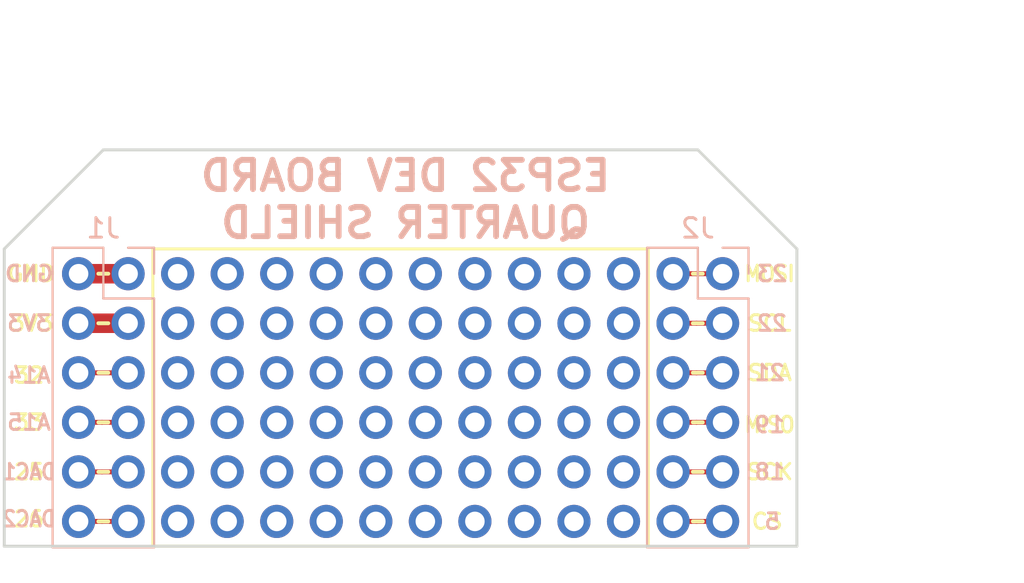
<source format=kicad_pcb>
(kicad_pcb (version 20171130) (host pcbnew 5.0.1)

  (general
    (thickness 1.6)
    (drawings 45)
    (tracks 20)
    (zones 0)
    (modules 3)
    (nets 13)
  )

  (page A4)
  (layers
    (0 F.Cu signal)
    (31 B.Cu signal)
    (32 B.Adhes user)
    (33 F.Adhes user)
    (34 B.Paste user)
    (35 F.Paste user)
    (36 B.SilkS user)
    (37 F.SilkS user)
    (38 B.Mask user)
    (39 F.Mask user)
    (40 Dwgs.User user)
    (41 Cmts.User user)
    (42 Eco1.User user)
    (43 Eco2.User user)
    (44 Edge.Cuts user)
    (45 Margin user)
    (46 B.CrtYd user)
    (47 F.CrtYd user)
    (48 B.Fab user)
    (49 F.Fab user)
  )

  (setup
    (last_trace_width 0.25)
    (trace_clearance 0.2)
    (zone_clearance 0.508)
    (zone_45_only no)
    (trace_min 0.2)
    (segment_width 0.2)
    (edge_width 0.15)
    (via_size 0.8)
    (via_drill 0.4)
    (via_min_size 0.4)
    (via_min_drill 0.3)
    (uvia_size 0.3)
    (uvia_drill 0.1)
    (uvias_allowed no)
    (uvia_min_size 0.2)
    (uvia_min_drill 0.1)
    (pcb_text_width 0.3)
    (pcb_text_size 1.5 1.5)
    (mod_edge_width 0.15)
    (mod_text_size 1 1)
    (mod_text_width 0.15)
    (pad_size 1.7 1.7)
    (pad_drill 1)
    (pad_to_mask_clearance 0.051)
    (solder_mask_min_width 0.25)
    (aux_axis_origin 0 0)
    (visible_elements FFFFFF7F)
    (pcbplotparams
      (layerselection 0x010f0_ffffffff)
      (usegerberextensions true)
      (usegerberattributes false)
      (usegerberadvancedattributes false)
      (creategerberjobfile false)
      (excludeedgelayer true)
      (linewidth 0.100000)
      (plotframeref false)
      (viasonmask false)
      (mode 1)
      (useauxorigin false)
      (hpglpennumber 1)
      (hpglpenspeed 20)
      (hpglpendiameter 15.000000)
      (psnegative false)
      (psa4output false)
      (plotreference false)
      (plotvalue false)
      (plotinvisibletext false)
      (padsonsilk false)
      (subtractmaskfromsilk true)
      (outputformat 1)
      (mirror false)
      (drillshape 0)
      (scaleselection 1)
      (outputdirectory ""))
  )

  (net 0 "")
  (net 1 /A7)
  (net 2 /A6)
  (net 3 /A3)
  (net 4 /A0)
  (net 5 /3V3)
  (net 6 GND)
  (net 7 /MOSI)
  (net 8 /SCL)
  (net 9 /SDA)
  (net 10 /MISO)
  (net 11 /SCK)
  (net 12 /CS)

  (net_class Default "これはデフォルトのネット クラスです。"
    (clearance 0.2)
    (trace_width 0.25)
    (via_dia 0.8)
    (via_drill 0.4)
    (uvia_dia 0.3)
    (uvia_drill 0.1)
    (add_net /A0)
    (add_net /A3)
    (add_net /A6)
    (add_net /A7)
    (add_net /CS)
    (add_net /MISO)
    (add_net /MOSI)
    (add_net /SCK)
    (add_net /SCL)
    (add_net /SDA)
  )

  (net_class Power ""
    (clearance 0.2)
    (trace_width 1)
    (via_dia 1)
    (via_drill 0.5)
    (uvia_dia 0.3)
    (uvia_drill 0.1)
    (add_net /3V3)
    (add_net GND)
  )

  (module lib:Prototype_Area_2.54mm_06x10 (layer F.Cu) (tedit 5C7B1C27) (tstamp 5C617B84)
    (at 139.7 83.82 90)
    (descr "Prototype Area 09x10")
    (tags "Prototype Area 9x10 2.54mm")
    (fp_text reference J1 (at -3.81 -2.54 90) (layer F.SilkS) hide
      (effects (font (size 1 1) (thickness 0.15)))
    )
    (fp_text value 11x10 (at -10.16 25.4 90) (layer F.Fab)
      (effects (font (size 1 1) (thickness 0.15)))
    )
    (fp_line (start -13.97 24.13) (end -13.97 -1.27) (layer F.SilkS) (width 0.15))
    (fp_line (start 1.27 24.13) (end -13.97 24.13) (layer F.SilkS) (width 0.15))
    (fp_line (start 1.27 -1.27) (end 1.27 24.13) (layer F.SilkS) (width 0.15))
    (fp_line (start -13.97 -1.27) (end 1.27 -1.27) (layer F.SilkS) (width 0.15))
    (pad 1 thru_hole circle (at 0 0 90) (size 1.7 1.7) (drill 1) (layers *.Cu *.Mask))
    (pad 2 thru_hole oval (at -2.54 0 90) (size 1.7 1.7) (drill 1) (layers *.Cu *.Mask))
    (pad 7 thru_hole oval (at 0 2.54 90) (size 1.7 1.7) (drill 1) (layers *.Cu *.Mask))
    (pad 8 thru_hole oval (at -2.54 2.54 90) (size 1.7 1.7) (drill 1) (layers *.Cu *.Mask))
    (pad 13 thru_hole oval (at 0 5.08 90) (size 1.7 1.7) (drill 1) (layers *.Cu *.Mask))
    (pad 14 thru_hole oval (at -2.54 5.08 90) (size 1.7 1.7) (drill 1) (layers *.Cu *.Mask))
    (pad 19 thru_hole oval (at 0 7.62 90) (size 1.7 1.7) (drill 1) (layers *.Cu *.Mask))
    (pad 20 thru_hole oval (at -2.54 7.62 90) (size 1.7 1.7) (drill 1) (layers *.Cu *.Mask))
    (pad 25 thru_hole oval (at 0 10.16 90) (size 1.7 1.7) (drill 1) (layers *.Cu *.Mask))
    (pad 26 thru_hole oval (at -2.54 10.16 90) (size 1.7 1.7) (drill 1) (layers *.Cu *.Mask))
    (pad 31 thru_hole oval (at 0 12.7 90) (size 1.7 1.7) (drill 1) (layers *.Cu *.Mask))
    (pad 32 thru_hole oval (at -2.54 12.7 90) (size 1.7 1.7) (drill 1) (layers *.Cu *.Mask))
    (pad 37 thru_hole oval (at 0 15.24 90) (size 1.7 1.7) (drill 1) (layers *.Cu *.Mask))
    (pad 38 thru_hole oval (at -2.54 15.24 90) (size 1.7 1.7) (drill 1) (layers *.Cu *.Mask))
    (pad 43 thru_hole oval (at 0 17.78 90) (size 1.7 1.7) (drill 1) (layers *.Cu *.Mask))
    (pad 44 thru_hole oval (at -2.54 17.78 90) (size 1.7 1.7) (drill 1) (layers *.Cu *.Mask))
    (pad 49 thru_hole oval (at 0 20.32 90) (size 1.7 1.7) (drill 1) (layers *.Cu *.Mask))
    (pad 50 thru_hole oval (at -2.54 20.32 90) (size 1.7 1.7) (drill 1) (layers *.Cu *.Mask))
    (pad 55 thru_hole oval (at 0 22.86 90) (size 1.7 1.7) (drill 1) (layers *.Cu *.Mask))
    (pad 56 thru_hole oval (at -2.54 22.86 90) (size 1.7 1.7) (drill 1) (layers *.Cu *.Mask))
    (pad 3 thru_hole oval (at -5.08 0 90) (size 1.7 1.7) (drill 1) (layers *.Cu *.Mask))
    (pad 4 thru_hole oval (at -7.62 0 90) (size 1.7 1.7) (drill 1) (layers *.Cu *.Mask))
    (pad 9 thru_hole oval (at -5.08 2.54 90) (size 1.7 1.7) (drill 1) (layers *.Cu *.Mask))
    (pad 10 thru_hole oval (at -7.62 2.54 90) (size 1.7 1.7) (drill 1) (layers *.Cu *.Mask))
    (pad 15 thru_hole oval (at -5.08 5.08 90) (size 1.7 1.7) (drill 1) (layers *.Cu *.Mask))
    (pad 16 thru_hole oval (at -7.62 5.08 90) (size 1.7 1.7) (drill 1) (layers *.Cu *.Mask))
    (pad 21 thru_hole oval (at -5.08 7.62 90) (size 1.7 1.7) (drill 1) (layers *.Cu *.Mask))
    (pad 22 thru_hole oval (at -7.62 7.62 90) (size 1.7 1.7) (drill 1) (layers *.Cu *.Mask))
    (pad 27 thru_hole oval (at -5.08 10.16 90) (size 1.7 1.7) (drill 1) (layers *.Cu *.Mask))
    (pad 28 thru_hole oval (at -7.62 10.16 90) (size 1.7 1.7) (drill 1) (layers *.Cu *.Mask))
    (pad 33 thru_hole oval (at -5.08 12.7 90) (size 1.7 1.7) (drill 1) (layers *.Cu *.Mask))
    (pad 34 thru_hole oval (at -7.62 12.7 90) (size 1.7 1.7) (drill 1) (layers *.Cu *.Mask))
    (pad 39 thru_hole oval (at -5.08 15.24 90) (size 1.7 1.7) (drill 1) (layers *.Cu *.Mask))
    (pad 40 thru_hole oval (at -7.62 15.24 90) (size 1.7 1.7) (drill 1) (layers *.Cu *.Mask))
    (pad 45 thru_hole oval (at -5.08 17.78 90) (size 1.7 1.7) (drill 1) (layers *.Cu *.Mask))
    (pad 46 thru_hole oval (at -7.62 17.78 90) (size 1.7 1.7) (drill 1) (layers *.Cu *.Mask))
    (pad 51 thru_hole oval (at -5.08 20.32 90) (size 1.7 1.7) (drill 1) (layers *.Cu *.Mask))
    (pad 52 thru_hole oval (at -7.62 20.32 90) (size 1.7 1.7) (drill 1) (layers *.Cu *.Mask))
    (pad 57 thru_hole oval (at -5.08 22.86 90) (size 1.7 1.7) (drill 1) (layers *.Cu *.Mask))
    (pad 58 thru_hole oval (at -7.62 22.86 90) (size 1.7 1.7) (drill 1) (layers *.Cu *.Mask))
    (pad 6 thru_hole oval (at -12.7 0 90) (size 1.7 1.7) (drill 1) (layers *.Cu *.Mask))
    (pad 42 thru_hole oval (at -12.7 15.24 90) (size 1.7 1.7) (drill 1) (layers *.Cu *.Mask))
    (pad 35 thru_hole oval (at -10.16 12.7 90) (size 1.7 1.7) (drill 1) (layers *.Cu *.Mask))
    (pad 54 thru_hole oval (at -12.7 20.32 90) (size 1.7 1.7) (drill 1) (layers *.Cu *.Mask))
    (pad 5 thru_hole circle (at -10.16 0 90) (size 1.7 1.7) (drill 1) (layers *.Cu *.Mask))
    (pad 47 thru_hole oval (at -10.16 17.78 90) (size 1.7 1.7) (drill 1) (layers *.Cu *.Mask))
    (pad 60 thru_hole oval (at -12.7 22.86 90) (size 1.7 1.7) (drill 1) (layers *.Cu *.Mask))
    (pad 11 thru_hole oval (at -10.16 2.54 90) (size 1.7 1.7) (drill 1) (layers *.Cu *.Mask))
    (pad 59 thru_hole oval (at -10.16 22.86 90) (size 1.7 1.7) (drill 1) (layers *.Cu *.Mask))
    (pad 30 thru_hole oval (at -12.7 10.16 90) (size 1.7 1.7) (drill 1) (layers *.Cu *.Mask))
    (pad 24 thru_hole oval (at -12.7 7.62 90) (size 1.7 1.7) (drill 1) (layers *.Cu *.Mask))
    (pad 12 thru_hole oval (at -12.7 2.54 90) (size 1.7 1.7) (drill 1) (layers *.Cu *.Mask))
    (pad 41 thru_hole oval (at -10.16 15.24 90) (size 1.7 1.7) (drill 1) (layers *.Cu *.Mask))
    (pad 29 thru_hole oval (at -10.16 10.16 90) (size 1.7 1.7) (drill 1) (layers *.Cu *.Mask))
    (pad 36 thru_hole oval (at -12.7 12.7 90) (size 1.7 1.7) (drill 1) (layers *.Cu *.Mask))
    (pad 17 thru_hole oval (at -10.16 5.08 90) (size 1.7 1.7) (drill 1) (layers *.Cu *.Mask))
    (pad 23 thru_hole oval (at -10.16 7.62 90) (size 1.7 1.7) (drill 1) (layers *.Cu *.Mask))
    (pad 18 thru_hole oval (at -12.7 5.08 90) (size 1.7 1.7) (drill 1) (layers *.Cu *.Mask))
    (pad 48 thru_hole oval (at -12.7 17.78 90) (size 1.7 1.7) (drill 1) (layers *.Cu *.Mask))
    (pad 53 thru_hole oval (at -10.16 20.32 90) (size 1.7 1.7) (drill 1) (layers *.Cu *.Mask))
  )

  (module Connector_PinHeader_2.54mm:PinHeader_2x06_P2.54mm_Vertical (layer B.Cu) (tedit 5C7B1C3B) (tstamp 5C7C87F1)
    (at 137.16 83.82 180)
    (descr "Through hole straight pin header, 2x06, 2.54mm pitch, double rows")
    (tags "Through hole pin header THT 2x06 2.54mm double row")
    (path /5C65C92D)
    (fp_text reference J1 (at 1.27 2.33 180) (layer B.SilkS)
      (effects (font (size 1 1) (thickness 0.15)) (justify mirror))
    )
    (fp_text value Conn_01x12 (at 1.27 -15.03 180) (layer B.Fab)
      (effects (font (size 1 1) (thickness 0.15)) (justify mirror))
    )
    (fp_text user %R (at 1.27 -6.35 90) (layer B.Fab)
      (effects (font (size 1 1) (thickness 0.15)) (justify mirror))
    )
    (fp_line (start 4.35 1.8) (end -1.8 1.8) (layer B.CrtYd) (width 0.05))
    (fp_line (start 4.35 -14.5) (end 4.35 1.8) (layer B.CrtYd) (width 0.05))
    (fp_line (start -1.8 -14.5) (end 4.35 -14.5) (layer B.CrtYd) (width 0.05))
    (fp_line (start -1.8 1.8) (end -1.8 -14.5) (layer B.CrtYd) (width 0.05))
    (fp_line (start -1.33 1.33) (end 0 1.33) (layer B.SilkS) (width 0.12))
    (fp_line (start -1.33 0) (end -1.33 1.33) (layer B.SilkS) (width 0.12))
    (fp_line (start 1.27 1.33) (end 3.87 1.33) (layer B.SilkS) (width 0.12))
    (fp_line (start 1.27 -1.27) (end 1.27 1.33) (layer B.SilkS) (width 0.12))
    (fp_line (start -1.33 -1.27) (end 1.27 -1.27) (layer B.SilkS) (width 0.12))
    (fp_line (start 3.87 1.33) (end 3.87 -14.03) (layer B.SilkS) (width 0.12))
    (fp_line (start -1.33 -1.27) (end -1.33 -14.03) (layer B.SilkS) (width 0.12))
    (fp_line (start -1.33 -14.03) (end 3.87 -14.03) (layer B.SilkS) (width 0.12))
    (fp_line (start -1.27 0) (end 0 1.27) (layer B.Fab) (width 0.1))
    (fp_line (start -1.27 -13.97) (end -1.27 0) (layer B.Fab) (width 0.1))
    (fp_line (start 3.81 -13.97) (end -1.27 -13.97) (layer B.Fab) (width 0.1))
    (fp_line (start 3.81 1.27) (end 3.81 -13.97) (layer B.Fab) (width 0.1))
    (fp_line (start 0 1.27) (end 3.81 1.27) (layer B.Fab) (width 0.1))
    (pad 12 thru_hole oval (at 2.54 -12.7 180) (size 1.7 1.7) (drill 1) (layers *.Cu *.Mask)
      (net 1 /A7))
    (pad 11 thru_hole oval (at 0 -12.7 180) (size 1.7 1.7) (drill 1) (layers *.Cu *.Mask)
      (net 1 /A7))
    (pad 10 thru_hole oval (at 2.54 -10.16 180) (size 1.7 1.7) (drill 1) (layers *.Cu *.Mask)
      (net 2 /A6))
    (pad 9 thru_hole oval (at 0 -10.16 180) (size 1.7 1.7) (drill 1) (layers *.Cu *.Mask)
      (net 2 /A6))
    (pad 8 thru_hole oval (at 2.54 -7.62 180) (size 1.7 1.7) (drill 1) (layers *.Cu *.Mask)
      (net 3 /A3))
    (pad 7 thru_hole oval (at 0 -7.62 180) (size 1.7 1.7) (drill 1) (layers *.Cu *.Mask)
      (net 3 /A3))
    (pad 6 thru_hole oval (at 2.54 -5.08 180) (size 1.7 1.7) (drill 1) (layers *.Cu *.Mask)
      (net 4 /A0))
    (pad 5 thru_hole oval (at 0 -5.08 180) (size 1.7 1.7) (drill 1) (layers *.Cu *.Mask)
      (net 4 /A0))
    (pad 4 thru_hole oval (at 2.54 -2.54 180) (size 1.7 1.7) (drill 1) (layers *.Cu *.Mask)
      (net 5 /3V3))
    (pad 3 thru_hole oval (at 0 -2.54 180) (size 1.7 1.7) (drill 1) (layers *.Cu *.Mask)
      (net 5 /3V3))
    (pad 2 thru_hole oval (at 2.54 0 180) (size 1.7 1.7) (drill 1) (layers *.Cu *.Mask)
      (net 6 GND))
    (pad 1 thru_hole circle (at 0 0 180) (size 1.7 1.7) (drill 1) (layers *.Cu *.Mask)
      (net 6 GND))
    (model ${KISYS3DMOD}/Connector_PinHeader_2.54mm.3dshapes/PinHeader_2x06_P2.54mm_Vertical.wrl
      (at (xyz 0 0 0))
      (scale (xyz 1 1 1))
      (rotate (xyz 0 0 0))
    )
  )

  (module Connector_PinHeader_2.54mm:PinHeader_2x06_P2.54mm_Vertical (layer B.Cu) (tedit 5C7B1C41) (tstamp 5C7C8812)
    (at 167.64 83.82 180)
    (descr "Through hole straight pin header, 2x06, 2.54mm pitch, double rows")
    (tags "Through hole pin header THT 2x06 2.54mm double row")
    (path /5C65C8EA)
    (fp_text reference J2 (at 1.27 2.33 180) (layer B.SilkS)
      (effects (font (size 1 1) (thickness 0.15)) (justify mirror))
    )
    (fp_text value Conn_01x12 (at 1.27 -15.03 180) (layer B.Fab)
      (effects (font (size 1 1) (thickness 0.15)) (justify mirror))
    )
    (fp_line (start 0 1.27) (end 3.81 1.27) (layer B.Fab) (width 0.1))
    (fp_line (start 3.81 1.27) (end 3.81 -13.97) (layer B.Fab) (width 0.1))
    (fp_line (start 3.81 -13.97) (end -1.27 -13.97) (layer B.Fab) (width 0.1))
    (fp_line (start -1.27 -13.97) (end -1.27 0) (layer B.Fab) (width 0.1))
    (fp_line (start -1.27 0) (end 0 1.27) (layer B.Fab) (width 0.1))
    (fp_line (start -1.33 -14.03) (end 3.87 -14.03) (layer B.SilkS) (width 0.12))
    (fp_line (start -1.33 -1.27) (end -1.33 -14.03) (layer B.SilkS) (width 0.12))
    (fp_line (start 3.87 1.33) (end 3.87 -14.03) (layer B.SilkS) (width 0.12))
    (fp_line (start -1.33 -1.27) (end 1.27 -1.27) (layer B.SilkS) (width 0.12))
    (fp_line (start 1.27 -1.27) (end 1.27 1.33) (layer B.SilkS) (width 0.12))
    (fp_line (start 1.27 1.33) (end 3.87 1.33) (layer B.SilkS) (width 0.12))
    (fp_line (start -1.33 0) (end -1.33 1.33) (layer B.SilkS) (width 0.12))
    (fp_line (start -1.33 1.33) (end 0 1.33) (layer B.SilkS) (width 0.12))
    (fp_line (start -1.8 1.8) (end -1.8 -14.5) (layer B.CrtYd) (width 0.05))
    (fp_line (start -1.8 -14.5) (end 4.35 -14.5) (layer B.CrtYd) (width 0.05))
    (fp_line (start 4.35 -14.5) (end 4.35 1.8) (layer B.CrtYd) (width 0.05))
    (fp_line (start 4.35 1.8) (end -1.8 1.8) (layer B.CrtYd) (width 0.05))
    (fp_text user %R (at 1.27 -6.35 90) (layer B.Fab)
      (effects (font (size 1 1) (thickness 0.15)) (justify mirror))
    )
    (pad 1 thru_hole circle (at 0 0 180) (size 1.7 1.7) (drill 1) (layers *.Cu *.Mask)
      (net 7 /MOSI))
    (pad 2 thru_hole oval (at 2.54 0 180) (size 1.7 1.7) (drill 1) (layers *.Cu *.Mask)
      (net 7 /MOSI))
    (pad 3 thru_hole oval (at 0 -2.54 180) (size 1.7 1.7) (drill 1) (layers *.Cu *.Mask)
      (net 8 /SCL))
    (pad 4 thru_hole oval (at 2.54 -2.54 180) (size 1.7 1.7) (drill 1) (layers *.Cu *.Mask)
      (net 8 /SCL))
    (pad 5 thru_hole oval (at 0 -5.08 180) (size 1.7 1.7) (drill 1) (layers *.Cu *.Mask)
      (net 9 /SDA))
    (pad 6 thru_hole oval (at 2.54 -5.08 180) (size 1.7 1.7) (drill 1) (layers *.Cu *.Mask)
      (net 9 /SDA))
    (pad 7 thru_hole oval (at 0 -7.62 180) (size 1.7 1.7) (drill 1) (layers *.Cu *.Mask)
      (net 10 /MISO))
    (pad 8 thru_hole oval (at 2.54 -7.62 180) (size 1.7 1.7) (drill 1) (layers *.Cu *.Mask)
      (net 10 /MISO))
    (pad 9 thru_hole oval (at 0 -10.16 180) (size 1.7 1.7) (drill 1) (layers *.Cu *.Mask)
      (net 11 /SCK))
    (pad 10 thru_hole oval (at 2.54 -10.16 180) (size 1.7 1.7) (drill 1) (layers *.Cu *.Mask)
      (net 11 /SCK))
    (pad 11 thru_hole oval (at 0 -12.7 180) (size 1.7 1.7) (drill 1) (layers *.Cu *.Mask)
      (net 12 /CS))
    (pad 12 thru_hole oval (at 2.54 -12.7 180) (size 1.7 1.7) (drill 1) (layers *.Cu *.Mask)
      (net 12 /CS))
    (model ${KISYS3DMOD}/Connector_PinHeader_2.54mm.3dshapes/PinHeader_2x06_P2.54mm_Vertical.wrl
      (at (xyz 0 0 0))
      (scale (xyz 1 1 1))
      (rotate (xyz 0 0 0))
    )
  )

  (gr_line (start 166.116 96.52) (end 166.624 96.52) (layer F.SilkS) (width 0.2) (tstamp 5C809DA3))
  (gr_line (start 166.116 93.98) (end 166.624 93.98) (layer F.SilkS) (width 0.2) (tstamp 5C809C51))
  (gr_line (start 166.116 91.44) (end 166.624 91.44) (layer F.SilkS) (width 0.2) (tstamp 5C809AFF))
  (gr_line (start 166.116 88.9) (end 166.624 88.9) (layer F.SilkS) (width 0.2) (tstamp 5C8099AD))
  (gr_line (start 166.116 86.36) (end 166.624 86.36) (layer F.SilkS) (width 0.2) (tstamp 5C80985B))
  (gr_line (start 166.116 83.82) (end 166.624 83.82) (layer F.SilkS) (width 0.2) (tstamp 5C809709))
  (gr_line (start 135.636 96.52) (end 136.144 96.52) (layer F.SilkS) (width 0.2) (tstamp 5C8095B7))
  (gr_line (start 135.636 93.98) (end 136.144 93.98) (layer F.SilkS) (width 0.2) (tstamp 5C809465))
  (gr_line (start 135.636 91.44) (end 136.144 91.44) (layer F.SilkS) (width 0.2) (tstamp 5C809313))
  (gr_line (start 135.636 88.9) (end 136.144 88.9) (layer F.SilkS) (width 0.2) (tstamp 5C8091C1))
  (gr_line (start 135.636 86.36) (end 136.144 86.36) (layer F.SilkS) (width 0.2) (tstamp 5C80906F))
  (gr_line (start 135.636 83.82) (end 136.144 83.82) (layer F.SilkS) (width 0.2))
  (gr_text "ESP32 DEV BOARD\nQUARTER SHIELD" (at 151.384 80.01) (layer B.SilkS)
    (effects (font (size 1.5 1.5) (thickness 0.3)) (justify mirror))
  )
  (gr_text 5 (at 170.18 96.52) (layer B.SilkS) (tstamp 5C622104)
    (effects (font (size 0.8 0.8) (thickness 0.15)) (justify mirror))
  )
  (gr_text 18 (at 170.053 93.98) (layer B.SilkS) (tstamp 5C621E99)
    (effects (font (size 0.8 0.8) (thickness 0.15)) (justify mirror))
  )
  (gr_text 19 (at 170.053 91.567) (layer B.SilkS) (tstamp 5C621C2E)
    (effects (font (size 0.8 0.8) (thickness 0.15)) (justify mirror))
  )
  (gr_text 21 (at 170.053 88.9) (layer B.SilkS) (tstamp 5C6219C3)
    (effects (font (size 0.8 0.8) (thickness 0.15)) (justify mirror))
  )
  (gr_text 22 (at 170.18 86.36) (layer B.SilkS) (tstamp 5C621758)
    (effects (font (size 0.8 0.8) (thickness 0.15)) (justify mirror))
  )
  (gr_text 23 (at 170.18 83.82) (layer B.SilkS) (tstamp 5C62101A)
    (effects (font (size 0.8 0.8) (thickness 0.15)) (justify mirror))
  )
  (gr_text SCL (at 170.053 86.36) (layer F.SilkS) (tstamp 5C620671)
    (effects (font (size 0.8 0.8) (thickness 0.15)))
  )
  (gr_text SDA (at 170.053 88.9) (layer F.SilkS) (tstamp 5C62019B)
    (effects (font (size 0.8 0.8) (thickness 0.15)))
  )
  (gr_text SCK (at 170.053 93.98) (layer F.SilkS) (tstamp 5C61FF30)
    (effects (font (size 0.8 0.8) (thickness 0.15)))
  )
  (gr_text CS (at 169.926 96.52) (layer F.SilkS) (tstamp 5C61FCC5)
    (effects (font (size 0.8 0.8) (thickness 0.15)))
  )
  (gr_text MISO (at 170.053 91.567) (layer F.SilkS) (tstamp 5C61E22C)
    (effects (font (size 0.8 0.7) (thickness 0.15)))
  )
  (gr_text 26 (at 132.08 96.393) (layer F.SilkS) (tstamp 5C61C767)
    (effects (font (size 0.8 0.8) (thickness 0.15)))
  )
  (gr_text DAC2 (at 132.08 96.393) (layer B.SilkS) (tstamp 5C61C766)
    (effects (font (size 0.8 0.7) (thickness 0.15)) (justify mirror))
  )
  (gr_text 25 (at 132.08 93.98) (layer F.SilkS) (tstamp 5C61C4F4)
    (effects (font (size 0.8 0.8) (thickness 0.15)))
  )
  (gr_text DAC1 (at 132.08 93.98) (layer B.SilkS) (tstamp 5C61C4F3)
    (effects (font (size 0.8 0.7) (thickness 0.15)) (justify mirror))
  )
  (gr_text 33 (at 132.08 91.44) (layer F.SilkS) (tstamp 5C61C281)
    (effects (font (size 0.8 0.8) (thickness 0.15)))
  )
  (gr_text A15 (at 132.08 91.44) (layer B.SilkS) (tstamp 5C61C280)
    (effects (font (size 0.8 0.8) (thickness 0.15)) (justify mirror))
  )
  (gr_text A14 (at 132.08 89.027) (layer B.SilkS) (tstamp 5C61B8D4)
    (effects (font (size 0.8 0.8) (thickness 0.15)) (justify mirror))
  )
  (gr_text 32 (at 132.08 89.027) (layer F.SilkS) (tstamp 5C61B8D3)
    (effects (font (size 0.8 0.8) (thickness 0.15)))
  )
  (gr_text 3V3 (at 132.08 86.36) (layer B.SilkS) (tstamp 5C61B192)
    (effects (font (size 0.8 0.8) (thickness 0.15)) (justify mirror))
  )
  (gr_text 3V3 (at 132.207 86.36) (layer F.SilkS) (tstamp 5C61B191)
    (effects (font (size 0.8 0.8) (thickness 0.15)))
  )
  (gr_text GND (at 132.08 83.82) (layer B.SilkS) (tstamp 5C61A30E)
    (effects (font (size 0.8 0.8) (thickness 0.15)) (justify mirror))
  )
  (gr_line (start 166.37 77.47) (end 171.45 82.55) (layer Edge.Cuts) (width 0.15))
  (gr_line (start 135.89 77.47) (end 130.81 82.55) (layer Edge.Cuts) (width 0.15))
  (gr_text GND (at 132.207 83.82) (layer F.SilkS)
    (effects (font (size 0.8 0.8) (thickness 0.15)))
  )
  (gr_text MOSI (at 170.053 83.82) (layer F.SilkS)
    (effects (font (size 0.8 0.7) (thickness 0.15)))
  )
  (dimension 20.32 (width 0.3) (layer Cmts.User)
    (gr_text "20.320 mm" (at 181.17 87.63 270) (layer Cmts.User)
      (effects (font (size 1.5 1.5) (thickness 0.3)))
    )
    (feature1 (pts (xy 175.26 97.79) (xy 179.656421 97.79)))
    (feature2 (pts (xy 175.26 77.47) (xy 179.656421 77.47)))
    (crossbar (pts (xy 179.07 77.47) (xy 179.07 97.79)))
    (arrow1a (pts (xy 179.07 97.79) (xy 178.483579 96.663496)))
    (arrow1b (pts (xy 179.07 97.79) (xy 179.656421 96.663496)))
    (arrow2a (pts (xy 179.07 77.47) (xy 178.483579 78.596504)))
    (arrow2b (pts (xy 179.07 77.47) (xy 179.656421 78.596504)))
  )
  (dimension 40.64 (width 0.3) (layer Cmts.User)
    (gr_text "40.640 mm" (at 151.13 70.890446) (layer Cmts.User)
      (effects (font (size 1.5 1.5) (thickness 0.3)))
    )
    (feature1 (pts (xy 171.45 75.530446) (xy 171.45 72.404025)))
    (feature2 (pts (xy 130.81 75.530446) (xy 130.81 72.404025)))
    (crossbar (pts (xy 130.81 72.990446) (xy 171.45 72.990446)))
    (arrow1a (pts (xy 171.45 72.990446) (xy 170.323496 73.576867)))
    (arrow1b (pts (xy 171.45 72.990446) (xy 170.323496 72.404025)))
    (arrow2a (pts (xy 130.81 72.990446) (xy 131.936504 73.576867)))
    (arrow2b (pts (xy 130.81 72.990446) (xy 131.936504 72.404025)))
  )
  (gr_line (start 130.81 97.79) (end 130.81 82.55) (layer Edge.Cuts) (width 0.15))
  (gr_line (start 171.45 97.79) (end 130.81 97.79) (layer Edge.Cuts) (width 0.15))
  (gr_line (start 171.45 82.55) (end 171.45 97.79) (layer Edge.Cuts) (width 0.15))
  (gr_line (start 135.89 77.47) (end 166.37 77.47) (layer Edge.Cuts) (width 0.15))

  (segment (start 135.822081 96.52) (end 137.16 96.52) (width 0.25) (layer F.Cu) (net 1))
  (segment (start 134.62 96.52) (end 135.822081 96.52) (width 0.25) (layer F.Cu) (net 1))
  (segment (start 135.822081 93.98) (end 137.16 93.98) (width 0.25) (layer F.Cu) (net 2))
  (segment (start 134.62 93.98) (end 135.822081 93.98) (width 0.25) (layer F.Cu) (net 2))
  (segment (start 135.822081 91.44) (end 137.16 91.44) (width 0.25) (layer F.Cu) (net 3))
  (segment (start 134.62 91.44) (end 135.822081 91.44) (width 0.25) (layer F.Cu) (net 3))
  (segment (start 134.62 88.9) (end 137.16 88.9) (width 0.25) (layer F.Cu) (net 4))
  (segment (start 134.62 86.36) (end 137.16 86.36) (width 1) (layer F.Cu) (net 5))
  (segment (start 134.62 83.82) (end 137.16 83.82) (width 1) (layer F.Cu) (net 6))
  (segment (start 166.302081 83.82) (end 167.64 83.82) (width 0.25) (layer F.Cu) (net 7))
  (segment (start 165.1 83.82) (end 166.302081 83.82) (width 0.25) (layer F.Cu) (net 7))
  (segment (start 166.302081 86.36) (end 167.64 86.36) (width 0.25) (layer F.Cu) (net 8))
  (segment (start 165.1 86.36) (end 166.302081 86.36) (width 0.25) (layer F.Cu) (net 8))
  (segment (start 166.302081 88.9) (end 167.64 88.9) (width 0.25) (layer F.Cu) (net 9))
  (segment (start 165.1 88.9) (end 166.302081 88.9) (width 0.25) (layer F.Cu) (net 9))
  (segment (start 166.302081 91.44) (end 167.64 91.44) (width 0.25) (layer F.Cu) (net 10))
  (segment (start 165.1 91.44) (end 166.302081 91.44) (width 0.25) (layer F.Cu) (net 10))
  (segment (start 165.1 93.98) (end 167.64 93.98) (width 0.25) (layer F.Cu) (net 11))
  (segment (start 166.302081 96.52) (end 167.64 96.52) (width 0.25) (layer F.Cu) (net 12))
  (segment (start 165.1 96.52) (end 166.302081 96.52) (width 0.25) (layer F.Cu) (net 12))

)

</source>
